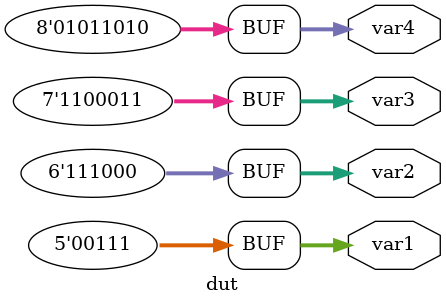
<source format=sv>
/* Generated by Synlig (git sha1 135a02eb5, g++ 12.2.0-14 -fPIC -O3) */

(* top =  1  *)
(* src = "/root/synlig/synlig/tests/simple_tests/EnumInPackage/dut.sv:22.1-39.10" *)
module dut(var1, var2, var3, var4);
  (* enum_value_00111 = "\\FIRST" *)
  (* enum_value_11100 = "\\SECOND" *)
  (* src = "/root/synlig/synlig/tests/simple_tests/EnumInPackage/dut.sv:22.12-22.16" *)
  (* wiretype = "\\enum1" *)
  output [4:0] var1;
  wire [4:0] var1;
  (* enum_value_000111 = "\\THIRD" *)
  (* enum_value_111000 = "\\FOURTH" *)
  (* src = "/root/synlig/synlig/tests/simple_tests/EnumInPackage/dut.sv:22.18-22.22" *)
  (* wiretype = "\\enum1" *)
  output [5:0] var2;
  wire [5:0] var2;
  (* enum_value_0011100 = "\\FIFTH" *)
  (* enum_value_1100011 = "\\SIXTH" *)
  (* src = "/root/synlig/synlig/tests/simple_tests/EnumInPackage/dut.sv:22.24-22.28" *)
  (* wiretype = "\\enum2" *)
  output [6:0] var3;
  wire [6:0] var3;
  (* enum_value_01011010 = "\\SEVENTH" *)
  (* enum_value_11010011 = "\\EIGHTH" *)
  (* src = "/root/synlig/synlig/tests/simple_tests/EnumInPackage/dut.sv:22.30-22.34" *)
  (* wiretype = "\\enum3" *)
  output [7:0] var4;
  wire [7:0] var4;
  assign var1 = 5'h07;
  assign var2 = 6'h38;
  assign var3 = 7'h63;
  assign var4 = 8'h5a;
endmodule

</source>
